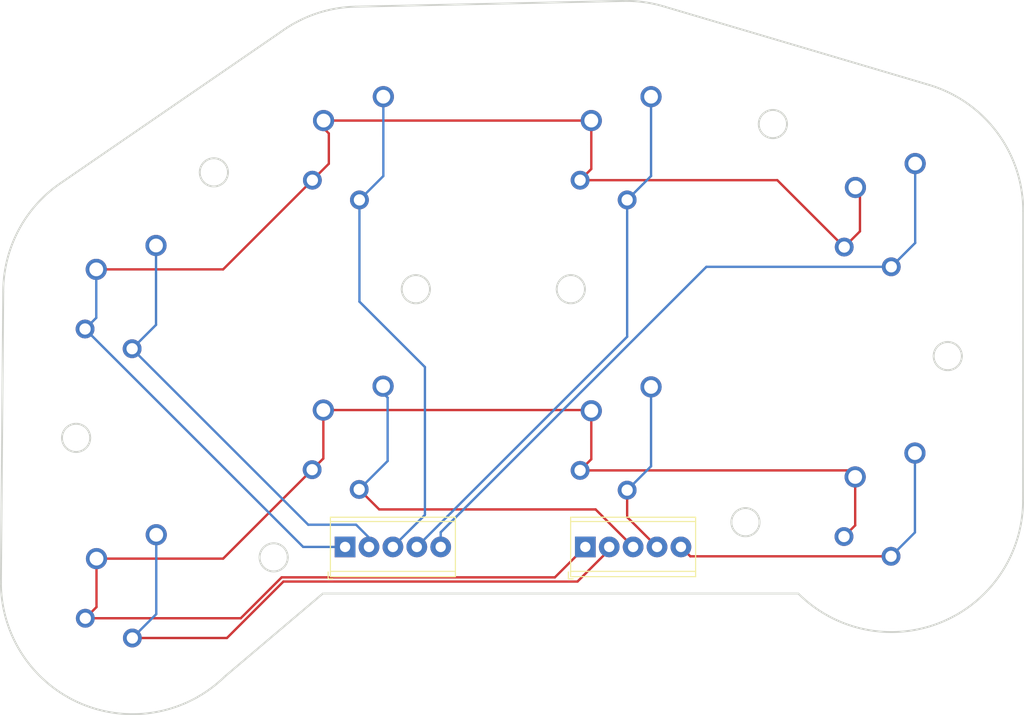
<source format=kicad_pcb>
(kicad_pcb (version 20211014) (generator pcbnew)
  (layers (0 "F.Cu" signal) (31 "B.Cu" signal) (34 "B.Paste" user) (35 "F.Paste" user) (36 "B.SilkS" user "B.Silkscreen") (37 "F.SilkS" user "F.Silkscreen") (38 "B.Mask" user) (39 "F.Mask" user) (44 "Edge.Cuts" user))
  (net 0 "")
  (net 1 "Net-(K1-Pad1)")
  (net 2 "Net-(K1-Pad2)")
  (net 3 "Net-(P1-Pad1)")
  (net 4 "Net-(P3-Pad1)")
  (net 5 "Net-(K2-Pad1)")
  (net 6 "Net-(K3-Pad1)")
  (net 7 "Net-(K4-Pad1)")
  (net 8 "Net-(P1-Pad2)")
  (net 9 "Net-(P2-Pad1)")
  (net 10 "Net-(P4-Pad1)")
  (footprint "TerminalBlock_Phoenix:TerminalBlock_Phoenix_MPT-0,5-5-2.54_1x05_P2.54mm_Horizontal" (layer "F.Cu") (at 62.484 161.163)
    (fp_text reference "PT1" hide)
    (fp_text value "Screw_Terminal_01x05" hide)
    (fp_line (start -1.56 -2.7) (end 11.72 -2.7) (layer "F.SilkS") (width 0.12))
    (fp_line (start -1.8 3.4) (end -1.3 3.4) (layer "F.SilkS") (width 0.12))
    (fp_line (start 11.72 -3.16) (end 11.72 3.16) (layer "F.SilkS") (width 0.12))
    (fp_line (start -1.8 2.66) (end -1.8 3.4) (layer "F.SilkS") (width 0.12))
    (fp_line (start -1.56 -3.16) (end -1.56 3.16) (layer "F.SilkS") (width 0.12))
    (fp_line (start -1.56 3.16) (end 11.72 3.16) (layer "F.SilkS") (width 0.12))
    (fp_line (start -1.56 -3.16) (end 11.72 -3.16) (layer "F.SilkS") (width 0.12))
    (fp_line (start -1.56 2.6) (end 11.72 2.6) (layer "F.SilkS") (width 0.12))
    (pad "1" thru_hole rect locked (at 0 0) (size 2.2 2.2) (drill 1.1) (layers *.Cu *.Mask) (net 8 "Net-(P1-Pad2)"))
    (pad "2" thru_hole circle locked (at 2.54 0) (size 2.2 2.2) (drill 1.1) (layers *.Cu *.Mask) (net 10 "Net-(P4-Pad1)"))
    (pad "3" thru_hole circle locked (at 5.08 0) (size 2.2 2.2) (drill 1.1) (layers *.Cu *.Mask) (net 4 "Net-(P3-Pad1)"))
    (pad "4" thru_hole circle locked (at 7.62 0) (size 2.2 2.2) (drill 1.1) (layers *.Cu *.Mask) (net 9 "Net-(P2-Pad1)"))
    (pad "5" thru_hole circle locked (at 10.16 0) (size 2.2 2.2) (drill 1.1) (layers *.Cu *.Mask) (net 3 "Net-(P1-Pad1)"))
  )
  (footprint "random-footprints:mx-1350-hybrid" (layer "F.Cu") (at 39.878 164.9476 180)
    (fp_text reference "K4" hide)
    (fp_text value "MX-1U" hide)
    (pad "" np_thru_hole oval (at 5.2832 0 180) (size 2.145 1.7) (drill oval 2.145 1.7) (layers F&B.Cu *.Mask))
    (pad "" np_thru_hole oval (at -5.2832 0 180) (size 2.145 1.7) (drill oval 2.145 1.7) (layers F&B.Cu *.Mask))
    (pad "" np_thru_hole circle (at 0 0) (size 3.9878 3.9878) (drill 3.9878) (layers *.Cu *.Mask))
    (pad "1" thru_hole circle (at -2.54 5.08) (size 2.25 2.25) (drill 1.47) (layers *.Cu *.Mask) (net 7 "Net-(K4-Pad1)"))
    (pad "1" thru_hole circle (at 0 -5.9 180) (size 2 2) (drill 1.2) (layers *.Cu *.Mask) (net 7 "Net-(K4-Pad1)"))
    (pad "2" thru_hole circle (at 5 -3.8 41.9) (size 2 2) (drill 1.2) (layers *.Cu *.Mask) (net 2 "Net-(K1-Pad2)"))
    (pad "2" thru_hole circle (at 3.81 2.54) (size 2.25 2.25) (drill 1.47) (layers *.Cu *.Mask) (net 2 "Net-(K1-Pad2)"))
  )
  (footprint "random-footprints:mx-1350-hybrid" (layer "F.Cu") (at 64.008 118.364 180)
    (fp_text reference "P3" hide)
    (fp_text value "MX-1U" hide)
    (pad "" np_thru_hole circle (at 0 0) (size 3.9878 3.9878) (drill 3.9878) (layers *.Cu *.Mask))
    (pad "" np_thru_hole oval (at -5.2832 0 180) (size 2.145 1.7) (drill oval 2.145 1.7) (layers F&B.Cu *.Mask))
    (pad "" np_thru_hole oval (at 5.2832 0 180) (size 2.145 1.7) (drill oval 2.145 1.7) (layers F&B.Cu *.Mask))
    (pad "1" thru_hole circle (at 0 -5.9 180) (size 2 2) (drill 1.2) (layers *.Cu *.Mask) (net 4 "Net-(P3-Pad1)"))
    (pad "1" thru_hole circle (at -2.54 5.08) (size 2.25 2.25) (drill 1.47) (layers *.Cu *.Mask) (net 4 "Net-(P3-Pad1)"))
    (pad "2" thru_hole circle (at 5 -3.8 41.9) (size 2 2) (drill 1.2) (layers *.Cu *.Mask) (net 8 "Net-(P1-Pad2)"))
    (pad "2" thru_hole circle (at 3.81 2.54) (size 2.25 2.25) (drill 1.47) (layers *.Cu *.Mask) (net 8 "Net-(P1-Pad2)"))
  )
  (footprint "random-footprints:mx-1350-hybrid" (layer "F.Cu") (at 120.4976 156.2608 180)
    (fp_text reference "K1" hide)
    (fp_text value "MX-1U" hide)
    (pad "" np_thru_hole oval (at 5.2832 0 180) (size 2.145 1.7) (drill oval 2.145 1.7) (layers F&B.Cu *.Mask))
    (pad "" np_thru_hole oval (at -5.2832 0 180) (size 2.145 1.7) (drill oval 2.145 1.7) (layers F&B.Cu *.Mask))
    (pad "" np_thru_hole circle (at 0 0) (size 3.9878 3.9878) (drill 3.9878) (layers *.Cu *.Mask))
    (pad "1" thru_hole circle (at 0 -5.9 180) (size 2 2) (drill 1.2) (layers *.Cu *.Mask) (net 1 "Net-(K1-Pad1)"))
    (pad "1" thru_hole circle (at -2.54 5.08) (size 2.25 2.25) (drill 1.47) (layers *.Cu *.Mask) (net 1 "Net-(K1-Pad1)"))
    (pad "2" thru_hole circle (at 3.81 2.54) (size 2.25 2.25) (drill 1.47) (layers *.Cu *.Mask) (net 2 "Net-(K1-Pad2)"))
    (pad "2" thru_hole circle (at 5 -3.8 41.9) (size 2 2) (drill 1.2) (layers *.Cu *.Mask) (net 2 "Net-(K1-Pad2)"))
  )
  (footprint "random-footprints:mx-1350-hybrid" (layer "F.Cu") (at 63.9826 149.1488 180)
    (fp_text reference "K3" hide)
    (fp_text value "MX-1U" hide)
    (pad "" np_thru_hole oval (at 5.2832 0 180) (size 2.145 1.7) (drill oval 2.145 1.7) (layers F&B.Cu *.Mask))
    (pad "" np_thru_hole oval (at -5.2832 0 180) (size 2.145 1.7) (drill oval 2.145 1.7) (layers F&B.Cu *.Mask))
    (pad "" np_thru_hole circle (at 0 0) (size 3.9878 3.9878) (drill 3.9878) (layers *.Cu *.Mask))
    (pad "1" thru_hole circle (at -2.54 5.08) (size 2.25 2.25) (drill 1.47) (layers *.Cu *.Mask) (net 6 "Net-(K3-Pad1)"))
    (pad "1" thru_hole circle (at 0 -5.9 180) (size 2 2) (drill 1.2) (layers *.Cu *.Mask) (net 6 "Net-(K3-Pad1)"))
    (pad "2" thru_hole circle (at 3.81 2.54) (size 2.25 2.25) (drill 1.47) (layers *.Cu *.Mask) (net 2 "Net-(K1-Pad2)"))
    (pad "2" thru_hole circle (at 5 -3.8 41.9) (size 2 2) (drill 1.2) (layers *.Cu *.Mask) (net 2 "Net-(K1-Pad2)"))
  )
  (footprint "random-footprints:mx-1350-hybrid" (layer "F.Cu") (at 120.523 125.476 180)
    (fp_text reference "P1" hide)
    (fp_text value "MX-1U" hide)
    (pad "" np_thru_hole oval (at 5.2832 0 180) (size 2.145 1.7) (drill oval 2.145 1.7) (layers F&B.Cu *.Mask))
    (pad "" np_thru_hole circle (at 0 0) (size 3.9878 3.9878) (drill 3.9878) (layers *.Cu *.Mask))
    (pad "" np_thru_hole oval (at -5.2832 0 180) (size 2.145 1.7) (drill oval 2.145 1.7) (layers F&B.Cu *.Mask))
    (pad "1" thru_hole circle (at -2.54 5.08) (size 2.25 2.25) (drill 1.47) (layers *.Cu *.Mask) (net 3 "Net-(P1-Pad1)"))
    (pad "1" thru_hole circle (at 0 -5.9 180) (size 2 2) (drill 1.2) (layers *.Cu *.Mask) (net 3 "Net-(P1-Pad1)"))
    (pad "2" thru_hole circle (at 5 -3.8 41.9) (size 2 2) (drill 1.2) (layers *.Cu *.Mask) (net 8 "Net-(P1-Pad2)"))
    (pad "2" thru_hole circle (at 3.81 2.54) (size 2.25 2.25) (drill 1.47) (layers *.Cu *.Mask) (net 8 "Net-(P1-Pad2)"))
  )
  (footprint "random-footprints:mx-1350-hybrid" (layer "F.Cu") (at 92.456 149.225 180)
    (fp_text reference "K2" hide)
    (fp_text value "MX-1U" hide)
    (pad "" np_thru_hole circle (at 0 0) (size 3.9878 3.9878) (drill 3.9878) (layers *.Cu *.Mask))
    (pad "" np_thru_hole oval (at 5.2832 0 180) (size 2.145 1.7) (drill oval 2.145 1.7) (layers F&B.Cu *.Mask))
    (pad "" np_thru_hole oval (at -5.2832 0 180) (size 2.145 1.7) (drill oval 2.145 1.7) (layers F&B.Cu *.Mask))
    (pad "1" thru_hole circle (at -2.54 5.08) (size 2.25 2.25) (drill 1.47) (layers *.Cu *.Mask) (net 5 "Net-(K2-Pad1)"))
    (pad "1" thru_hole circle (at 0 -5.9 180) (size 2 2) (drill 1.2) (layers *.Cu *.Mask) (net 5 "Net-(K2-Pad1)"))
    (pad "2" thru_hole circle (at 5 -3.8 41.9) (size 2 2) (drill 1.2) (layers *.Cu *.Mask) (net 2 "Net-(K1-Pad2)"))
    (pad "2" thru_hole circle (at 3.81 2.54) (size 2.25 2.25) (drill 1.47) (layers *.Cu *.Mask) (net 2 "Net-(K1-Pad2)"))
  )
  (footprint "TerminalBlock_Phoenix:TerminalBlock_Phoenix_MPT-0,5-5-2.54_1x05_P2.54mm_Horizontal" (layer "F.Cu") (at 88.011 161.163)
    (fp_text reference "KT1" hide)
    (fp_text value "Screw_Terminal_01x05" hide)
    (fp_line (start -1.8 3.4) (end -1.3 3.4) (layer "F.SilkS") (width 0.12))
    (fp_line (start -1.56 -3.16) (end -1.56 3.16) (layer "F.SilkS") (width 0.12))
    (fp_line (start -1.56 -2.7) (end 11.72 -2.7) (layer "F.SilkS") (width 0.12))
    (fp_line (start -1.56 -3.16) (end 11.72 -3.16) (layer "F.SilkS") (width 0.12))
    (fp_line (start -1.56 3.16) (end 11.72 3.16) (layer "F.SilkS") (width 0.12))
    (fp_line (start 11.72 -3.16) (end 11.72 3.16) (layer "F.SilkS") (width 0.12))
    (fp_line (start -1.56 2.6) (end 11.72 2.6) (layer "F.SilkS") (width 0.12))
    (fp_line (start -1.8 2.66) (end -1.8 3.4) (layer "F.SilkS") (width 0.12))
    (pad "1" thru_hole rect locked (at 0 0) (size 2.2 2.2) (drill 1.1) (layers *.Cu *.Mask) (net 2 "Net-(K1-Pad2)"))
    (pad "2" thru_hole circle locked (at 2.54 0) (size 2.2 2.2) (drill 1.1) (layers *.Cu *.Mask) (net 7 "Net-(K4-Pad1)"))
    (pad "3" thru_hole circle locked (at 5.08 0) (size 2.2 2.2) (drill 1.1) (layers *.Cu *.Mask) (net 6 "Net-(K3-Pad1)"))
    (pad "4" thru_hole circle locked (at 7.62 0) (size 2.2 2.2) (drill 1.1) (layers *.Cu *.Mask) (net 5 "Net-(K2-Pad1)"))
    (pad "5" thru_hole circle locked (at 10.16 0) (size 2.2 2.2) (drill 1.1) (layers *.Cu *.Mask) (net 1 "Net-(K1-Pad1)"))
  )
  (footprint "random-footprints:mx-1350-hybrid" (layer "F.Cu") (at 92.456 118.364 180)
    (fp_text reference "P2" hide)
    (fp_text value "MX-1U" hide)
    (pad "" np_thru_hole oval (at 5.2832 0 180) (size 2.145 1.7) (drill oval 2.145 1.7) (layers F&B.Cu *.Mask))
    (pad "" np_thru_hole circle (at 0 0) (size 3.9878 3.9878) (drill 3.9878) (layers *.Cu *.Mask))
    (pad "" np_thru_hole oval (at -5.2832 0 180) (size 2.145 1.7) (drill oval 2.145 1.7) (layers F&B.Cu *.Mask))
    (pad "1" thru_hole circle (at 0 -5.9 180) (size 2 2) (drill 1.2) (layers *.Cu *.Mask) (net 9 "Net-(P2-Pad1)"))
    (pad "1" thru_hole circle (at -2.54 5.08) (size 2.25 2.25) (drill 1.47) (layers *.Cu *.Mask) (net 9 "Net-(P2-Pad1)"))
    (pad "2" thru_hole circle (at 5 -3.8 41.9) (size 2 2) (drill 1.2) (layers *.Cu *.Mask) (net 8 "Net-(P1-Pad2)"))
    (pad "2" thru_hole circle (at 3.81 2.54) (size 2.25 2.25) (drill 1.47) (layers *.Cu *.Mask) (net 8 "Net-(P1-Pad2)"))
  )
  (footprint "random-footprints:mx-1350-hybrid" (layer "F.Cu") (at 39.8526 134.1882 180)
    (fp_text reference "P4" hide)
    (fp_text value "MX-1U" hide)
    (pad "" np_thru_hole oval (at 5.2832 0 180) (size 2.145 1.7) (drill oval 2.145 1.7) (layers F&B.Cu *.Mask))
    (pad "" np_thru_hole circle (at 0 0) (size 3.9878 3.9878) (drill 3.9878) (layers *.Cu *.Mask))
    (pad "" np_thru_hole oval (at -5.2832 0 180) (size 2.145 1.7) (drill oval 2.145 1.7) (layers F&B.Cu *.Mask))
    (pad "1" thru_hole circle (at 0 -5.9 180) (size 2 2) (drill 1.2) (layers *.Cu *.Mask) (net 10 "Net-(P4-Pad1)"))
    (pad "1" thru_hole circle (at -2.54 5.08) (size 2.25 2.25) (drill 1.47) (layers *.Cu *.Mask) (net 10 "Net-(P4-Pad1)"))
    (pad "2" thru_hole circle (at 5 -3.8 41.9) (size 2 2) (drill 1.2) (layers *.Cu *.Mask) (net 8 "Net-(P1-Pad2)"))
    (pad "2" thru_hole circle (at 3.81 2.54) (size 2.25 2.25) (drill 1.47) (layers *.Cu *.Mask) (net 8 "Net-(P1-Pad2)"))
  )
  (gr_line (start 60.123457 166.116169) (end 110.639469 166.116169) (layer "Edge.Cuts") (width 0.2))
  (gr_line (start 63.610037 103.711958) (end 92.063559 103.106711) (layer "Edge.Cuts") (width 0.2))
  (gr_line (start 55.671442 106.388671) (end 32.3224 122.431546) (layer "Edge.Cuts") (width 0.2))
  (gr_arc (start 56.392757 162.273417) (mid 54.892757 163.773417) (end 53.392757 162.273417) (layer "Edge.Cuts") (width 0.2))
  (gr_arc (start 47.038717 121.330591) (mid 48.538717 119.830591) (end 50.038717 121.330591) (layer "Edge.Cuts") (width 0.2))
  (gr_arc (start 49.688399 174.956418) (mid 34.478954 177.850677) (end 25.913075 164.953792) (layer "Edge.Cuts") (width 0.2))
  (gr_arc (start 35.400391 149.566213) (mid 33.900391 151.066213) (end 32.400391 149.566213) (layer "Edge.Cuts") (width 0.2))
  (gr_arc (start 92.063559 103.106711) (mid 94.272712 103.236798) (end 96.433723 103.713569) (layer "Edge.Cuts") (width 0.2))
  (gr_arc (start 32.400391 149.566213) (mid 33.900391 148.066213) (end 35.400391 149.566213) (layer "Edge.Cuts") (width 0.2))
  (gr_arc (start 124.519647 112.027867) (mid 131.760309 117.074271) (end 134.539804 125.450892) (layer "Edge.Cuts") (width 0.2))
  (gr_arc (start 103.529807 158.532125) (mid 105.029807 157.032125) (end 106.529807 158.532125) (layer "Edge.Cuts") (width 0.2))
  (gr_arc (start 128.024832 140.869912) (mid 126.524832 142.369912) (end 125.024832 140.869912) (layer "Edge.Cuts") (width 0.2))
  (gr_arc (start 106.440304 116.195552) (mid 107.940304 114.695552) (end 109.440304 116.195552) (layer "Edge.Cuts") (width 0.2))
  (gr_line (start 26.157719 134.029242) (end 25.913075 164.953792) (layer "Edge.Cuts") (width 0.2))
  (gr_arc (start 109.440304 116.195552) (mid 107.940304 117.695552) (end 106.440304 116.195552) (layer "Edge.Cuts") (width 0.2))
  (gr_arc (start 55.671442 106.388671) (mid 59.435699 104.442205) (end 63.610037 103.711958) (layer "Edge.Cuts") (width 0.2))
  (gr_arc (start 125.024832 140.869912) (mid 126.524832 139.369912) (end 128.024832 140.869912) (layer "Edge.Cuts") (width 0.2))
  (gr_line (start 60.123457 166.116169) (end 49.688399 174.956418) (layer "Edge.Cuts") (width 0.2))
  (gr_arc (start 26.157719 134.029242) (mid 27.794642 127.462092) (end 32.3224 122.431546) (layer "Edge.Cuts") (width 0.2))
  (gr_arc (start 84.969676 133.755482) (mid 86.469676 132.255482) (end 87.969676 133.755482) (layer "Edge.Cuts") (width 0.2))
  (gr_arc (start 134.524943 156.229237) (mid 125.884461 169.1505) (end 110.639469 166.116169) (layer "Edge.Cuts") (width 0.2))
  (gr_arc (start 87.969676 133.755482) (mid 86.469676 135.255482) (end 84.969676 133.755482) (layer "Edge.Cuts") (width 0.2))
  (gr_line (start 96.433723 103.713569) (end 124.519647 112.027867) (layer "Edge.Cuts") (width 0.2))
  (gr_arc (start 53.392757 162.273417) (mid 54.892757 160.773417) (end 56.392757 162.273417) (layer "Edge.Cuts") (width 0.2))
  (gr_arc (start 71.5024 133.7564) (mid 70.0024 135.2564) (end 68.5024 133.7564) (layer "Edge.Cuts") (width 0.2))
  (gr_arc (start 50.038717 121.330591) (mid 48.538717 122.830591) (end 47.038717 121.330591) (layer "Edge.Cuts") (width 0.2))
  (gr_arc (start 106.529807 158.532125) (mid 105.029807 160.032125) (end 103.529807 158.532125) (layer "Edge.Cuts") (width 0.2))
  (gr_line (start 134.539804 125.450892) (end 134.524943 156.229237) (layer "Edge.Cuts") (width 0.2))
  (gr_arc (start 68.5024 133.7564) (mid 70.0024 132.2564) (end 71.5024 133.7564) (layer "Edge.Cuts") (width 0.2))
  (segment (start 98.171 161.163) (end 99.1688 162.1608) (width 0.25) (layer "F.Cu") (net 1))
  (segment (start 99.1688 162.1608) (end 120.4976 162.1608) (width 0.25) (layer "F.Cu") (net 1))
  (segment (start 123.0376 151.1808) (end 123.0376 159.6208) (width 0.25) (layer "B.Cu") (net 1))
  (segment (start 123.0376 159.6208) (end 120.4976 162.1608) (width 0.25) (layer "B.Cu") (net 1))
  (segment (start 115.4976 160.0608) (end 116.6876 158.8708) (width 0.25) (layer "F.Cu") (net 2))
  (segment (start 88.646 146.685) (end 88.646 151.835) (width 0.25) (layer "F.Cu") (net 2))
  (segment (start 87.456 153.025) (end 115.9918 153.025) (width 0.25) (layer "F.Cu") (net 2))
  (segment (start 88.011 161.163) (end 84.77752 164.39648) (width 0.25) (layer "F.Cu") (net 2))
  (segment (start 116.6876 158.8708) (end 116.6876 153.7208) (width 0.25) (layer "F.Cu") (net 2))
  (segment (start 88.646 151.835) (end 87.456 153.025) (width 0.25) (layer "F.Cu") (net 2))
  (segment (start 34.878 168.7476) (end 51.393482 168.7476) (width 0.25) (layer "F.Cu") (net 2))
  (segment (start 49.5238 162.4076) (end 58.9826 152.9488) (width 0.25) (layer "F.Cu") (net 2))
  (segment (start 84.77752 164.39648) (end 55.744602 164.39648) (width 0.25) (layer "F.Cu") (net 2))
  (segment (start 36.068 167.5576) (end 36.068 162.4076) (width 0.25) (layer "F.Cu") (net 2))
  (segment (start 88.5698 146.6088) (end 88.646 146.685) (width 0.25) (layer "F.Cu") (net 2))
  (segment (start 58.9826 152.9488) (end 60.1726 151.7588) (width 0.25) (layer "F.Cu") (net 2))
  (segment (start 115.9918 153.025) (end 116.6876 153.7208) (width 0.25) (layer "F.Cu") (net 2))
  (segment (start 36.068 162.4076) (end 49.5238 162.4076) (width 0.25) (layer "F.Cu") (net 2))
  (segment (start 60.1726 146.6088) (end 88.5698 146.6088) (width 0.25) (layer "F.Cu") (net 2))
  (segment (start 34.878 168.7476) (end 36.068 167.5576) (width 0.25) (layer "F.Cu") (net 2))
  (segment (start 60.1726 151.7588) (end 60.1726 146.6088) (width 0.25) (layer "F.Cu") (net 2))
  (segment (start 51.393482 168.7476) (end 54.546141 165.594941) (width 0.25) (layer "F.Cu") (net 2))
  (segment (start 55.744602 164.39648) (end 54.546141 165.594941) (width 0.25) (layer "F.Cu") (net 2))
  (segment (start 123.063 120.396) (end 123.063 128.836) (width 0.25) (layer "B.Cu") (net 3))
  (segment (start 123.063 128.836) (end 120.523 131.376) (width 0.25) (layer "B.Cu") (net 3))
  (segment (start 120.523 131.376) (end 100.875366 131.376) (width 0.25) (layer "B.Cu") (net 3))
  (segment (start 100.875366 131.376) (end 72.644 159.607366) (width 0.25) (layer "B.Cu") (net 3))
  (segment (start 72.644 159.607366) (end 72.644 161.163) (width 0.25) (layer "B.Cu") (net 3))
  (segment (start 70.9676 142.0368) (end 64.008 135.0772) (width 0.25) (layer "B.Cu") (net 4))
  (segment (start 66.548 121.724) (end 64.008 124.264) (width 0.25) (layer "B.Cu") (net 4))
  (segment (start 64.008 135.0772) (end 64.008 124.264) (width 0.25) (layer "B.Cu") (net 4))
  (segment (start 66.548 113.284) (end 66.548 121.724) (width 0.25) (layer "B.Cu") (net 4))
  (segment (start 70.9676 157.7594) (end 70.9676 142.0368) (width 0.25) (layer "B.Cu") (net 4))
  (segment (start 67.564 161.163) (end 70.9676 157.7594) (width 0.25) (layer "B.Cu") (net 4))
  (segment (start 92.456 157.988) (end 95.631 161.163) (width 0.25) (layer "F.Cu") (net 5))
  (segment (start 92.456 155.125) (end 92.456 157.988) (width 0.25) (layer "F.Cu") (net 5))
  (segment (start 94.996 144.145) (end 94.996 152.585) (width 0.25) (layer "B.Cu") (net 5))
  (segment (start 94.996 152.585) (end 92.456 155.125) (width 0.25) (layer "B.Cu") (net 5))
  (segment (start 93.091 161.163) (end 89.1032 157.1752) (width 0.25) (layer "F.Cu") (net 6))
  (segment (start 66.109 157.1752) (end 63.9826 155.0488) (width 0.25) (layer "F.Cu") (net 6))
  (segment (start 89.1032 157.1752) (end 66.109 157.1752) (width 0.25) (layer "F.Cu") (net 6))
  (segment (start 67.0052 145.288) (end 66.5226 144.8054) (width 0.25) (layer "B.Cu") (net 6))
  (segment (start 63.9826 155.0488) (end 67.0052 152.0262) (width 0.25) (layer "B.Cu") (net 6))
  (segment (start 66.5226 144.8054) (end 66.5226 144.0688) (width 0.25) (layer "B.Cu") (net 6))
  (segment (start 67.0052 152.0262) (end 67.0052 145.288) (width 0.25) (layer "B.Cu") (net 6))
  (segment (start 90.551 161.472022) (end 87.177022 164.846) (width 0.25) (layer "F.Cu") (net 7))
  (segment (start 90.551 161.163) (end 90.551 161.472022) (width 0.25) (layer "F.Cu") (net 7))
  (segment (start 55.9308 164.846) (end 49.9292 170.8476) (width 0.25) (layer "F.Cu") (net 7))
  (segment (start 49.9292 170.8476) (end 39.878 170.8476) (width 0.25) (layer "F.Cu") (net 7))
  (segment (start 87.177022 164.846) (end 55.9308 164.846) (width 0.25) (layer "F.Cu") (net 7))
  (segment (start 42.418 168.3076) (end 39.878 170.8476) (width 0.25) (layer "B.Cu") (net 7))
  (segment (start 42.418 159.8676) (end 42.418 168.3076) (width 0.25) (layer "B.Cu") (net 7))
  (segment (start 108.411 122.164) (end 115.523 129.276) (width 0.25) (layer "F.Cu") (net 8))
  (segment (start 60.198 115.824) (end 88.646 115.824) (width 0.25) (layer "F.Cu") (net 8))
  (segment (start 87.456 122.164) (end 108.411 122.164) (width 0.25) (layer "F.Cu") (net 8))
  (segment (start 49.5238 131.6482) (end 59.008 122.164) (width 0.25) (layer "F.Cu") (net 8))
  (segment (start 117.1956 127.6034) (end 117.1956 123.4186) (width 0.25) (layer "F.Cu") (net 8))
  (segment (start 36.0426 131.6482) (end 49.5238 131.6482) (width 0.25) (layer "F.Cu") (net 8))
  (segment (start 60.198 116.6368) (end 60.198 115.824) (width 0.25) (layer "F.Cu") (net 8))
  (segment (start 60.7568 117.1956) (end 60.198 116.6368) (width 0.25) (layer "F.Cu") (net 8))
  (segment (start 117.1956 123.4186) (end 116.713 122.936) (width 0.25) (layer "F.Cu") (net 8))
  (segment (start 88.646 120.974) (end 87.456 122.164) (width 0.25) (layer "F.Cu") (net 8))
  (segment (start 59.008 122.164) (end 60.7568 120.4152) (width 0.25) (layer "F.Cu") (net 8))
  (segment (start 115.523 129.276) (end 117.1956 127.6034) (width 0.25) (layer "F.Cu") (net 8))
  (segment (start 60.7568 120.4152) (end 60.7568 117.1956) (width 0.25) (layer "F.Cu") (net 8))
  (segment (start 88.646 115.824) (end 88.646 120.974) (width 0.25) (layer "F.Cu") (net 8))
  (segment (start 58.0274 161.163) (end 62.484 161.163) (width 0.25) (layer "B.Cu") (net 8))
  (segment (start 36.0426 136.7982) (end 34.8526 137.9882) (width 0.25) (layer "B.Cu") (net 8))
  (segment (start 34.8526 137.9882) (end 58.0274 161.163) (width 0.25) (layer "B.Cu") (net 8))
  (segment (start 36.0426 131.6482) (end 36.0426 136.7982) (width 0.25) (layer "B.Cu") (net 8))
  (segment (start 92.456 138.811) (end 92.456 124.264) (width 0.25) (layer "B.Cu") (net 9))
  (segment (start 94.996 121.724) (end 92.456 124.264) (width 0.25) (layer "B.Cu") (net 9))
  (segment (start 94.996 113.284) (end 94.996 121.724) (width 0.25) (layer "B.Cu") (net 9))
  (segment (start 70.104 161.163) (end 92.456 138.811) (width 0.25) (layer "B.Cu") (net 9))
  (segment (start 65.024 161.163) (end 65.024 160.1724) (width 0.25) (layer "B.Cu") (net 10))
  (segment (start 42.3926 137.5482) (end 39.8526 140.0882) (width 0.25) (layer "B.Cu") (net 10))
  (segment (start 42.3926 129.1082) (end 42.3926 137.5482) (width 0.25) (layer "B.Cu") (net 10))
  (segment (start 58.5652 158.8008) (end 39.8526 140.0882) (width 0.25) (layer "B.Cu") (net 10))
  (segment (start 63.6524 158.8008) (end 58.5652 158.8008) (width 0.25) (layer "B.Cu") (net 10))
  (segment (start 65.024 160.1724) (end 63.6524 158.8008) (width 0.25) (layer "B.Cu") (net 10))
)
</source>
